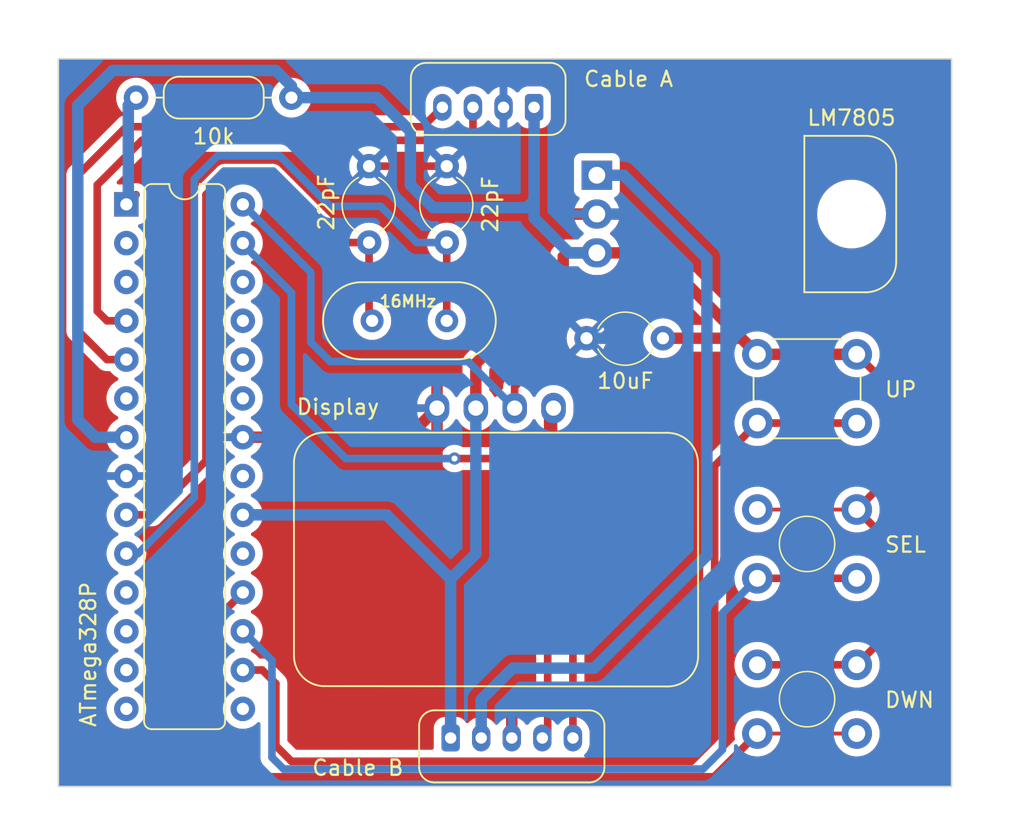
<source format=kicad_pcb>
(kicad_pcb (version 20221018) (generator pcbnew)
  (layers (0 "F.Cu" signal) (31 "B.Cu" signal) (34 "B.Paste" user) (35 "F.Paste" user) (36 "B.SilkS" user "B.Silkscreen") (37 "F.SilkS" user "F.Silkscreen") (38 "B.Mask" user) (39 "F.Mask" user) (44 "Edge.Cuts" user))
  (net 0 "")
  (net 1 "SDA")
  (net 2 "SCL")
  (net 3 "Earth")
  (net 4 "+5V")
  (net 5 "Net-(U2-XTAL1{slash}PB6)")
  (net 6 "Net-(U2-XTAL2{slash}PB7)")
  (net 7 "Net-(U2-~{RESET}{slash}PC6)")
  (net 8 "VCC")
  (net 23 "ardR_espT")
  (net 24 "ardT_espR")
  (net 25 "B1")
  (net 26 "B2")
  (net 27 "B3")
  (footprint "Simpler_Footprints:R_Axial_DIN0207_L6.3mm_D2.5mm_P10.16mm_Horizontal_Simple" (layer "F.Cu") (at 88.9 72.39)
    (fp_text reference "R1" hide)
    (fp_text value "10k" (at 5.08 2.54) (layer "F.SilkS"))
    (fp_line (start 1.04 0) (end 1.81 0) (stroke (width 0.12)) (layer "F.SilkS"))
    (fp_line (start 1.81 -0.37) (end 1.81 0.37) (stroke (width 0.12)) (layer "F.SilkS"))
    (fp_line (start 2.81 1.37) (end 7.35 1.37) (stroke (width 0.12)) (layer "F.SilkS"))
    (fp_line (start 7.35 -1.37) (end 2.81 -1.37) (stroke (width 0.12)) (layer "F.SilkS"))
    (fp_line (start 8.35 0.37) (end 8.35 -0.37) (stroke (width 0.12)) (layer "F.SilkS"))
    (fp_line (start 9.12 0) (end 8.35 0) (stroke (width 0.12)) (layer "F.SilkS"))
    (fp_arc (start 1.81 -0.37) (mid 2.102893 -1.077107) (end 2.81 -1.37) (stroke (width 0.12)) (layer "F.SilkS"))
    (fp_arc (start 2.81 1.37) (mid 2.102893 1.077107) (end 1.81 0.37) (stroke (width 0.12)) (layer "F.SilkS"))
    (fp_arc (start 7.35 -1.37) (mid 8.057107 -1.077107) (end 8.35 -0.37) (stroke (width 0.12)) (layer "F.SilkS"))
    (fp_arc (start 8.35 0.37) (mid 8.057107 1.077107) (end 7.35 1.37) (stroke (width 0.12)) (layer "F.SilkS"))
    (pad "1" thru_hole circle (at 0 0) (size 1.6 1.6) (drill 0.8) (layers "*.Cu" "*.Mask") (net 7 "Net-(U2-~{RESET}{slash}PC6)"))
    (pad "2" thru_hole oval (at 10.16 0) (size 1.6 1.6) (drill 0.8) (layers "*.Cu" "*.Mask") (net 4 "+5V"))
  )
  (footprint "Simpler_Footprints:128x64OLED_Simple" (layer "F.Cu") (at 112.205 103.31)
    (fp_text reference "Brd1" hide)
    (fp_text value "SSD1306" hide)
    (fp_line (start -12.978 5.59689) (end -12.978 -7.003107) (stroke (width 0.12)) (layer "F.SilkS"))
    (fp_line (start -10.976108 -9.003106) (end 11.453336 -8.981889) (stroke (width 0.12)) (layer "F.SilkS"))
    (fp_line (start 11.458661 7.618106) (end -10.979891 7.596889) (stroke (width 0.12)) (layer "F.SilkS"))
    (fp_line (start 13.460552 5.616661) (end 13.451443 -6.983336) (stroke (width 0.12)) (layer "F.SilkS"))
    (fp_arc (start -12.978 -7.003107) (mid -12.391544 -8.417989) (end -10.976108 -9.003106) (stroke (width 0.12)) (layer "F.SilkS"))
    (fp_arc (start -10.979891 7.596889) (mid -12.392883 7.010435) (end -12.978 5.59689) (stroke (width 0.12)) (layer "F.SilkS"))
    (fp_arc (start 11.453336 -8.981889) (mid 12.865813 -8.395944) (end 13.451443 -6.983336) (stroke (width 0.12)) (layer "F.SilkS"))
    (fp_arc (start 13.460552 5.616661) (mid 12.87461 7.032481) (end 11.458661 7.618106) (stroke (width 0.12)) (layer "F.SilkS"))
    (pad "1" thru_hole oval (at -3.62 -10.6 90) (size 2 1.6) (drill 1) (layers "*.Cu" "*.Mask") (net 3 "Earth"))
    (pad "2" thru_hole oval (at -1.08 -10.6 90) (size 2 1.6) (drill 1) (layers "*.Cu" "*.Mask") (net 4 "+5V"))
    (pad "3" thru_hole oval (at 1.46 -10.6 90) (size 2 1.6) (drill 1) (layers "*.Cu" "*.Mask") (net 2 "SCL"))
    (pad "4" thru_hole oval (at 4 -10.6 90) (size 2 1.6) (drill 1) (layers "*.Cu" "*.Mask") (net 1 "SDA"))
  )
  (footprint "Simpler_Footprints:C_Disc_D5.1mm_W3.2mm_P5.00mm_Simple" (layer "F.Cu") (at 123.364 88.138 180)
    (fp_text reference "C3" hide)
    (fp_text value "10uF" (at 2.46 -2.794) (layer "F.SilkS"))
    (fp_arc (start 0.694568 -0.71544) (mid 2.48232 -1.765707) (end 4.257165 -0.693772) (stroke (width 0.1)) (layer "F.SilkS"))
    (fp_arc (start 4.259611 0.637131) (mid 2.484766 1.709066) (end 0.697014 0.658799) (stroke (width 0.1)) (layer "F.SilkS"))
    (pad "1" thru_hole circle (at 0 0 180) (size 1.6 1.6) (drill 0.8) (layers "*.Cu" "*.Mask") (net 4 "+5V"))
    (pad "2" thru_hole circle (at 5 0 180) (size 1.6 1.6) (drill 0.8) (layers "*.Cu" "*.Mask") (net 3 "Earth"))
  )
  (footprint "Crystal:Crystal_HC49-U_Vertical" (layer "F.Cu") (at 109.22 86.995 180)
    (fp_text reference "Y1" hide)
    (fp_text value "16MHz" (at 2.54 1.27) (layer "F.SilkS") (effects (font (size 0.75 0.75))))
    (fp_line (start -0.685 -2.525) (end 5.565 -2.525) (stroke (width 0.12)) (layer "F.SilkS"))
    (fp_line (start -0.685 2.525) (end 5.565 2.525) (stroke (width 0.12)) (layer "F.SilkS"))
    (fp_arc (start -0.685 2.525) (mid -3.21 0) (end -0.685 -2.525) (stroke (width 0.12)) (layer "F.SilkS"))
    (fp_arc (start 5.565 -2.525) (mid 8.09 0) (end 5.565 2.525) (stroke (width 0.12)) (layer "F.SilkS"))
    (pad "1" thru_hole circle (at 0 0 180) (size 1.5 1.5) (drill 0.8) (layers "*.Cu" "*.Mask") (net 6 "Net-(U2-XTAL2{slash}PB7)"))
    (pad "2" thru_hole circle (at 4.88 0 180) (size 1.5 1.5) (drill 0.8) (layers "*.Cu" "*.Mask") (net 5 "Net-(U2-XTAL1{slash}PB6)"))
  )
  (footprint "Simpler_Footprints:SW_PUSH_6mm_h5mm_Simple" (layer "F.Cu") (at 129.54 99.35)
    (fp_text reference "S3" hide)
    (fp_text value "PUSH_BUTTON" hide)
    (fp_circle (center 3.25 2.25) (end 4.57 1.01) (stroke (width 0.1)) (fill none) (layer "F.SilkS"))
    (pad "1" thru_hole circle (at 0 0 90) (size 2 2) (drill 1.1) (layers "*.Cu" "*.Mask") (net 4 "+5V"))
    (pad "1" thru_hole circle (at 6.5 0 90) (size 2 2) (drill 1.1) (layers "*.Cu" "*.Mask") (net 4 "+5V"))
    (pad "2" thru_hole circle (at 0 4.5 90) (size 2 2) (drill 1.1) (layers "*.Cu" "*.Mask") (net 26 "B2"))
    (pad "2" thru_hole circle (at 6.5 4.5 90) (size 2 2) (drill 1.1) (layers "*.Cu" "*.Mask") (net 26 "B2"))
  )
  (footprint "Simpler_Footprints:DIP-28_W7.62mm_Simple" (layer "F.Cu") (at 88.265 79.375)
    (fp_text reference "U2" hide)
    (fp_text value "ATmega328P-P" hide)
    (fp_line (start 1.16 -0.83) (end 1.16 33.85) (stroke (width 0.12)) (layer "F.SilkS"))
    (fp_line (start 1.66 34.35) (end 5.96 34.35) (stroke (width 0.12)) (layer "F.SilkS"))
    (fp_line (start 2.81 -1.33) (end 1.66 -1.33) (stroke (width 0.12)) (layer "F.SilkS"))
    (fp_line (start 5.96 -1.33) (end 4.81 -1.33) (stroke (width 0.12)) (layer "F.SilkS"))
    (fp_line (start 6.46 33.85) (end 6.46 -0.83) (stroke (width 0.12)) (layer "F.SilkS"))
    (fp_arc (start 1.16 -0.83) (mid 1.306447 -1.183553) (end 1.66 -1.33) (stroke (width 0.12)) (layer "F.SilkS"))
    (fp_arc (start 1.66 34.35) (mid 1.306447 34.203553) (end 1.16 33.85) (stroke (width 0.12)) (layer "F.SilkS"))
    (fp_arc (start 4.81 -1.33) (mid 3.81 -0.33) (end 2.81 -1.33) (stroke (width 0.12)) (layer "F.SilkS"))
    (fp_arc (start 5.96 -1.33) (mid 6.313553 -1.183553) (end 6.46 -0.83) (stroke (width 0.12)) (layer "F.SilkS"))
    (fp_arc (start 6.46 33.85) (mid 6.313553 34.203553) (end 5.96 34.35) (stroke (width 0.12)) (layer "F.SilkS"))
    (pad "1" thru_hole rect (at 0 0) (size 1.6 1.6) (drill 0.8) (layers "*.Cu" "*.Mask") (net 7 "Net-(U2-~{RESET}{slash}PC6)"))
    (pad "2" thru_hole oval (at 0 2.54) (size 1.6 1.6) (drill 0.8) (layers "*.Cu" "*.Mask"))
    (pad "3" thru_hole oval (at 0 5.08) (size 1.6 1.6) (drill 0.8) (layers "*.Cu" "*.Mask"))
    (pad "4" thru_hole oval (at 0 7.62) (size 1.6 1.6) (drill 0.8) (layers "*.Cu" "*.Mask") (net 23 "ardR_espT"))
    (pad "5" thru_hole oval (at 0 10.16) (size 1.6 1.6) (drill 0.8) (layers "*.Cu" "*.Mask") (net 24 "ardT_espR"))
    (pad "6" thru_hole oval (at 0 12.7) (size 1.6 1.6) (drill 0.8) (layers "*.Cu" "*.Mask"))
    (pad "7" thru_hole oval (at 0 15.24) (size 1.6 1.6) (drill 0.8) (layers "*.Cu" "*.Mask") (net 4 "+5V"))
    (pad "8" thru_hole oval (at 0 17.78) (size 1.6 1.6) (drill 0.8) (layers "*.Cu" "*.Mask") (net 3 "Earth"))
    (pad "9" thru_hole oval (at 0 20.32) (size 1.6 1.6) (drill 0.8) (layers "*.Cu" "*.Mask") (net 5 "Net-(U2-XTAL1{slash}PB6)"))
    (pad "10" thru_hole oval (at 0 22.86) (size 1.6 1.6) (drill 0.8) (layers "*.Cu" "*.Mask") (net 6 "Net-(U2-XTAL2{slash}PB7)"))
    (pad "11" thru_hole oval (at 0 25.4) (size 1.6 1.6) (drill 0.8) (layers "*.Cu" "*.Mask"))
    (pad "12" thru_hole oval (at 0 27.94) (size 1.6 1.6) (drill 0.8) (layers "*.Cu" "*.Mask"))
    (pad "13" thru_hole oval (at 0 30.48) (size 1.6 1.6) (drill 0.8) (layers "*.Cu" "*.Mask"))
    (pad "14" thru_hole oval (at 0 33.02) (size 1.6 1.6) (drill 0.8) (layers "*.Cu" "*.Mask"))
    (pad "15" thru_hole oval (at 7.62 33.02) (size 1.6 1.6) (drill 0.8) (layers "*.Cu" "*.Mask"))
    (pad "16" thru_hole oval (at 7.62 30.48) (size 1.6 1.6) (drill 0.8) (layers "*.Cu" "*.Mask") (net 25 "B1"))
    (pad "17" thru_hole oval (at 7.62 27.94) (size 1.6 1.6) (drill 0.8) (layers "*.Cu" "*.Mask") (net 26 "B2"))
    (pad "18" thru_hole oval (at 7.62 25.4) (size 1.6 1.6) (drill 0.8) (layers "*.Cu" "*.Mask") (net 27 "B3"))
    (pad "19" thru_hole oval (at 7.62 22.86) (size 1.6 1.6) (drill 0.8) (layers "*.Cu" "*.Mask"))
    (pad "20" thru_hole oval (at 7.62 20.32) (size 1.6 1.6) (drill 0.8) (layers "*.Cu" "*.Mask") (net 4 "+5V"))
    (pad "21" thru_hole oval (at 7.62 17.78) (size 1.6 1.6) (drill 0.8) (layers "*.Cu" "*.Mask"))
    (pad "22" thru_hole oval (at 7.62 15.24) (size 1.6 1.6) (drill 0.8) (layers "*.Cu" "*.Mask") (net 3 "Earth"))
    (pad "23" thru_hole oval (at 7.62 12.7) (size 1.6 1.6) (drill 0.8) (layers "*.Cu" "*.Mask"))
    (pad "24" thru_hole oval (at 7.62 10.16) (size 1.6 1.6) (drill 0.8) (layers "*.Cu" "*.Mask"))
    (pad "25" thru_hole oval (at 7.62 7.62) (size 1.6 1.6) (drill 0.8) (layers "*.Cu" "*.Mask"))
    (pad "26" thru_hole oval (at 7.62 5.08) (size 1.6 1.6) (drill 0.8) (layers "*.Cu" "*.Mask"))
    (pad "27" thru_hole oval (at 7.62 2.54) (size 1.6 1.6) (drill 0.8) (layers "*.Cu" "*.Mask") (net 1 "SDA"))
    (pad "28" thru_hole oval (at 7.62 0) (size 1.6 1.6) (drill 0.8) (layers "*.Cu" "*.Mask") (net 2 "SCL"))
  )
  (footprint "Simpler_Footprints:JST_PH_B5B-PH-K_1x05_P2.00mm_Vertical_Simple" (layer "F.Cu") (at 109.475 114.3)
    (fp_text reference "J2" hide)
    (fp_text value "Conn_01x05_Socket" hide)
    (fp_line (start -2.06 -0.81) (end -2.06 1.91) (stroke (width 0.12)) (layer "F.SilkS"))
    (fp_line (start -1.06 2.91) (end 9.06 2.91) (stroke (width 0.12)) (layer "F.SilkS"))
    (fp_line (start 9.06 -1.81) (end -1.06 -1.81) (stroke (width 0.12)) (layer "F.SilkS"))
    (fp_line (start 10.06 1.91) (end 10.06 -0.81) (stroke (width 0.12)) (layer "F.SilkS"))
    (fp_arc (start -2.06 -0.81) (mid -1.767107 -1.517107) (end -1.06 -1.81) (stroke (width 0.12)) (layer "F.SilkS"))
    (fp_arc (start -1.06 2.91) (mid -1.767107 2.617107) (end -2.06 1.91) (stroke (width 0.12)) (layer "F.SilkS"))
    (fp_arc (start 9.06 -1.81) (mid 9.767107 -1.517107) (end 10.06 -0.81) (stroke (width 0.12)) (layer "F.SilkS"))
    (fp_arc (start 10.06 1.91) (mid 9.767107 2.617107) (end 9.06 2.91) (stroke (width 0.12)) (layer "F.SilkS"))
    (pad "1" thru_hole roundrect (at 0 0) (size 1.2 1.75) (drill 0.75) (layers "*.Cu" "*.Mask") (roundrect_rratio 0.2083333333) (net 4 "+5V"))
    (pad "2" thru_hole oval (at 2 0) (size 1.2 1.75) (drill 0.75) (layers "*.Cu" "*.Mask") (net 8 "VCC"))
    (pad "3" thru_hole oval (at 4 0) (size 1.2 1.75) (drill 0.75) (layers "*.Cu" "*.Mask") (net 3 "Earth"))
    (pad "4" thru_hole oval (at 6 0) (size 1.2 1.75) (drill 0.75) (layers "*.Cu" "*.Mask") (net 1 "SDA"))
    (pad "5" thru_hole oval (at 8 0) (size 1.2 1.75) (drill 0.75) (layers "*.Cu" "*.Mask") (net 2 "SCL"))
  )
  (footprint "Simpler_Footprints:JST_PH_B4B-PH-K_1x04_P2.00mm_Vertical_Simple" (layer "F.Cu") (at 114.935 73.025 180)
    (fp_text reference "J3" hide)
    (fp_text value "Conn_01x04_Socket" hide)
    (fp_line (start -2.06 -0.81) (end -2.06 1.91) (stroke (width 0.12)) (layer "F.SilkS"))
    (fp_line (start -1.06 2.91) (end 7.06 2.91) (stroke (width 0.12)) (layer "F.SilkS"))
    (fp_line (start 7.06 -1.81) (end -1.06 -1.81) (stroke (width 0.12)) (layer "F.SilkS"))
    (fp_line (start 8.06 1.91) (end 8.06 -0.81) (stroke (width 0.12)) (layer "F.SilkS"))
    (fp_arc (start -2.06 -0.81) (mid -1.767107 -1.517107) (end -1.06 -1.81) (stroke (width 0.12)) (layer "F.SilkS"))
    (fp_arc (start -1.06 2.91) (mid -1.767107 2.617107) (end -2.06 1.91) (stroke (width 0.12)) (layer "F.SilkS"))
    (fp_arc (start 7.06 -1.81) (mid 7.767107 -1.517107) (end 8.06 -0.81) (stroke (width 0.12)) (layer "F.SilkS"))
    (fp_arc (start 8.06 1.91) (mid 7.767107 2.617107) (end 7.06 2.91) (stroke (width 0.12)) (layer "F.SilkS"))
    (pad "1" thru_hole roundrect (at 0 0 180) (size 1.2 1.75) (drill 0.75) (layers "*.Cu" "*.Mask") (roundrect_rratio 0.2083333333) (net 4 "+5V"))
    (pad "2" thru_hole oval (at 2 0 180) (size 1.2 1.75) (drill 0.75) (layers "*.Cu" "*.Mask") (net 3 "Earth"))
    (pad "3" thru_hole oval (at 4 0 180) (size 1.2 1.75) (drill 0.75) (layers "*.Cu" "*.Mask") (net 23 "ardR_espT"))
    (pad "4" thru_hole oval (at 6 0 180) (size 1.2 1.75) (drill 0.75) (layers "*.Cu" "*.Mask") (net 24 "ardT_espR"))
  )
  (footprint "Simpler_Footprints:SW_PUSH_6mm_h5mm_Simple" (layer "F.Cu") (at 129.54 109.51)
    (fp_text reference "S4" hide)
    (fp_text value "PUSH_BUTTON" hide)
    (fp_circle (center 3.25 2.25) (end 4.57 1.01) (stroke (width 0.1)) (fill none) (layer "F.SilkS"))
    (pad "1" thru_hole circle (at 0 0 90) (size 2 2) (drill 1.1) (layers "*.Cu" "*.Mask") (net 4 "+5V"))
    (pad "1" thru_hole circle (at 6.5 0 90) (size 2 2) (drill 1.1) (layers "*.Cu" "*.Mask") (net 4 "+5V"))
    (pad "2" thru_hole circle (at 0 4.5 90) (size 2 2) (drill 1.1) (layers "*.Cu" "*.Mask") (net 27 "B3"))
    (pad "2" thru_hole circle (at 6.5 4.5 90) (size 2 2) (drill 1.1) (layers "*.Cu" "*.Mask") (net 27 "B3"))
  )
  (footprint "Buttons_Switches_THT.pretty-master:SW_PUSH_6mm_h5mm" (layer "F.Cu") (at 129.54 89.19)
    (fp_text reference "S2" hide)
    (fp_text value "PUSH_BUTTON" hide)
    (fp_line (start -0.25 1.5) (end -0.25 3) (stroke (width 0.12)) (layer "F.SilkS"))
    (fp_line (start 1 5.5) (end 5.5 5.5) (stroke (width 0.12)) (layer "F.SilkS"))
    (fp_line (start 5.5 -1) (end 1 -1) (stroke (width 0.12)) (layer "F.SilkS"))
    (fp_line (start 6.75 3) (end 6.75 1.5) (stroke (width 0.12)) (layer "F.SilkS"))
    (pad "1" thru_hole circle (at 0 0 90) (size 2 2) (drill 1.1) (layers "*.Cu" "*.Mask") (net 4 "+5V"))
    (pad "1" thru_hole circle (at 6.5 0 90) (size 2 2) (drill 1.1) (layers "*.Cu" "*.Mask") (net 4 "+5V"))
    (pad "2" thru_hole circle (at 0 4.5 90) (size 2 2) (drill 1.1) (layers "*.Cu" "*.Mask") (net 25 "B1"))
    (pad "2" thru_hole circle (at 6.5 4.5 90) (size 2 2) (drill 1.1) (layers "*.Cu" "*.Mask") (net 25 "B1"))
  )
  (footprint "Simpler_Footprints:TO-220-3_Horizontal_TabDown_Simple" (layer "F.Cu") (at 119.04 77.47 -90)
    (fp_text reference "U1" hide)
    (fp_text value "LM7805_TO220" hide)
    (fp_line (start -2.58 -17.58) (end -2.58 -13.57) (stroke (width 0.12)) (layer "F.SilkS"))
    (fp_line (start -2.58 -13.57) (end 7.66 -13.57) (stroke (width 0.12)) (layer "F.SilkS"))
    (fp_line (start -0.58 -19.58) (end 5.66 -19.58) (stroke (width 0.12)) (layer "F.SilkS"))
    (fp_line (start 7.66 -17.58) (end 7.66 -13.57) (stroke (width 0.12)) (layer "F.SilkS"))
    (fp_arc (start -2.58 -17.58) (mid -1.994214 -18.994214) (end -0.58 -19.58) (stroke (width 0.12)) (layer "F.SilkS"))
    (fp_arc (start 5.66 -19.58) (mid 7.074214 -18.994214) (end 7.66 -17.58) (stroke (width 0.12)) (layer "F.SilkS"))
    (pad "" np_thru_hole oval (at 2.54 -16.66 270) (size 3.5 3.5) (drill 3.5) (layers "*.Cu" "*.Mask"))
    (pad "1" thru_hole rect (at 0 0 270) (size 1.905 2) (drill 1.1) (layers "*.Cu" "*.Mask") (net 8 "VCC"))
    (pad "2" thru_hole oval (at 2.54 0 270) (size 1.905 2) (drill 1.1) (layers "*.Cu" "*.Mask") (net 3 "Earth"))
    (pad "3" thru_hole oval (at 5.08 0 270) (size 1.905 2) (drill 1.1) (layers "*.Cu" "*.Mask") (net 4 "+5V"))
  )
  (footprint "Simpler_Footprints:C_Disc_D5.1mm_W3.2mm_P5.00mm_Simple" (layer "F.Cu") (at 109.22 81.875 90)
    (fp_text reference "C2" hide)
    (fp_text value "22pF" (at 2.5 2.85 270) (layer "F.SilkS"))
    (fp_arc (start 0.694568 -0.71544) (mid 2.48232 -1.765707) (end 4.257165 -0.693772) (stroke (width 0.1)) (layer "F.SilkS"))
    (fp_arc (start 4.259611 0.637131) (mid 2.484766 1.709066) (end 0.697014 0.658799) (stroke (width 0.1)) (layer "F.SilkS"))
    (pad "1" thru_hole circle (at 0 0 90) (size 1.6 1.6) (drill 0.8) (layers "*.Cu" "*.Mask") (net 6 "Net-(U2-XTAL2{slash}PB7)"))
    (pad "2" thru_hole circle (at 5 0 90) (size 1.6 1.6) (drill 0.8) (layers "*.Cu" "*.Mask") (net 3 "Earth"))
  )
  (footprint "Simpler_Footprints:C_Disc_D5.1mm_W3.2mm_P5.00mm_Simple" (layer "F.Cu") (at 104.14 81.875 90)
    (fp_text reference "C1" hide)
    (fp_text value "22pF" (at 2.627 -2.794 270) (layer "F.SilkS"))
    (fp_arc (start 0.694568 -0.71544) (mid 2.48232 -1.765707) (end 4.257165 -0.693772) (stroke (width 0.1)) (layer "F.SilkS"))
    (fp_arc (start 4.259611 0.637131) (mid 2.484766 1.709066) (end 0.697014 0.658799) (stroke (width 0.1)) (layer "F.SilkS"))
    (pad "1" thru_hole circle (at 0 0 90) (size 1.6 1.6) (drill 0.8) (layers "*.Cu" "*.Mask") (net 5 "Net-(U2-XTAL1{slash}PB6)"))
    (pad "2" thru_hole circle (at 5 0 90) (size 1.6 1.6) (drill 0.8) (layers "*.Cu" "*.Mask") (net 3 "Earth"))
  )
  (gr_rect (start 83.82 69.85) (end 142.24 117.475) (stroke (width 0.1)) (fill none) (layer "Edge.Cuts"))
  (gr_text "Cable A" (at 118.11 71.755) (layer "F.SilkS") (effects (font (size 1 1)) (justify left bottom)))
  (gr_text "UP" (at 137.795 92.075) (layer "F.SilkS") (effects (font (size 1 1)) (justify left bottom)))
  (gr_text "LM7805" (at 132.715 74.295) (layer "F.SilkS") (effects (font (size 1 1)) (justify left bottom)))
  (gr_text "ATmega328P" (at 86.36 113.665 90) (layer "F.SilkS") (effects (font (size 1 1)) (justify left bottom)))
  (gr_text "Display" (at 99.314 93.218) (layer "F.SilkS") (effects (font (size 1 1)) (justify left bottom)))
  (gr_text "DWN" (at 137.795 112.395) (layer "F.SilkS") (effects (font (size 1 1)) (justify left bottom)))
  (gr_text "SEL" (at 137.795 102.235) (layer "F.SilkS") (effects (font (size 1 1)) (justify left bottom)))
  (gr_text "Cable B" (at 100.33 116.84) (layer "F.SilkS") (effects (font (size 1 1)) (justify left bottom)))
  (segment (start 109.728 96.012) (end 115.316 96.012) (width 0.5) (layer "F.Cu") (net 1))
  (segment (start 115.824 93.091) (end 115.824 113.951) (width 0.5) (layer "F.Cu") (net 1))
  (segment (start 115.316 96.012) (end 116.205 95.123) (width 0.5) (layer "F.Cu") (net 1))
  (segment (start 115.824 113.951) (end 115.475 114.3) (width 0.5) (layer "F.Cu") (net 1))
  (segment (start 116.205 95.123) (end 116.205 92.71) (width 0.5) (layer "F.Cu") (net 1))
  (segment (start 116.205 92.71) (end 115.824 93.091) (width 0.5) (layer "F.Cu") (net 1))
  (via (at 109.728 96.012) (size 0.8) (drill 0.4) (layers "F.Cu" "B.Cu") (net 1))
  (segment (start 95.885 81.915) (end 95.885 81.977767) (width 0.5) (layer "B.Cu") (net 1))
  (segment (start 99.06 92.456) (end 102.616 96.012) (width 0.5) (layer "B.Cu") (net 1))
  (segment (start 102.616 96.012) (end 109.728 96.012) (width 0.5) (layer "B.Cu") (net 1))
  (segment (start 99.06 85.152767) (end 99.06 92.456) (width 0.5) (layer "B.Cu") (net 1))
  (segment (start 95.885 81.977767) (end 99.06 85.152767) (width 0.5) (layer "B.Cu") (net 1))
  (segment (start 113.665 91.313) (end 113.665 92.71) (width 0.5) (layer "F.Cu") (net 2))
  (segment (start 117.348 90.678) (end 114.3 90.678) (width 0.5) (layer "F.Cu") (net 2))
  (segment (start 114.3 90.678) (end 113.665 91.313) (width 0.5) (layer "F.Cu") (net 2))
  (segment (start 117.475 114.3) (end 117.475 94.615) (width 0.5) (layer "F.Cu") (net 2))
  (segment (start 118.11 93.98) (end 118.11 91.44) (width 0.5) (layer "F.Cu") (net 2))
  (segment (start 118.11 91.44) (end 117.348 90.678) (width 0.5) (layer "F.Cu") (net 2))
  (segment (start 117.475 94.615) (end 118.11 93.98) (width 0.5) (layer "F.Cu") (net 2))
  (segment (start 95.885 79.375) (end 100.33 83.82) (width 0.5) (layer "B.Cu") (net 2))
  (segment (start 110.617 89.662) (end 113.665 92.71) (width 0.5) (layer "B.Cu") (net 2))
  (segment (start 100.33 88.392) (end 101.6 89.662) (width 0.5) (layer "B.Cu") (net 2))
  (segment (start 100.33 83.82) (end 100.33 88.392) (width 0.5) (layer "B.Cu") (net 2))
  (segment (start 101.6 89.662) (end 110.617 89.662) (width 0.5) (layer "B.Cu") (net 2))
  (segment (start 115.316 83.312) (end 115.316 81.28) (width 0.75) (layer "F.Cu") (net 3))
  (segment (start 108.585 92.71) (end 108.585 90.043) (width 0.75) (layer "F.Cu") (net 3))
  (segment (start 104.14 76.875) (end 109.22 76.875) (width 0.5) (layer "F.Cu") (net 3))
  (segment (start 115.316 81.28) (end 116.586 80.01) (width 0.75) (layer "F.Cu") (net 3))
  (segment (start 108.585 92.71) (end 108.585 101.219) (width 0.75) (layer "F.Cu") (net 3))
  (segment (start 119.04 80.01) (end 117.348 80.01) (width 0.75) (layer "F.Cu") (net 3))
  (segment (start 106.68 94.615) (end 108.585 92.71) (width 0.75) (layer "F.Cu") (net 3))
  (segment (start 108.585 101.219) (end 113.475 106.109) (width 0.75) (layer "F.Cu") (net 3))
  (segment (start 113.475 106.109) (end 113.475 114.3) (width 0.75) (layer "F.Cu") (net 3))
  (segment (start 95.885 94.615) (end 106.68 94.615) (width 0.75) (layer "F.Cu") (net 3))
  (segment (start 116.586 80.01) (end 119.04 80.01) (width 0.75) (layer "F.Cu") (net 3))
  (segment (start 108.585 90.043) (end 115.316 83.312) (width 0.75) (layer "F.Cu") (net 3))
  (segment (start 121.92 85.725) (end 121.92 81.28) (width 0.75) (layer "B.Cu") (net 3))
  (segment (start 119.507 88.138) (end 121.92 85.725) (width 0.75) (layer "B.Cu") (net 3))
  (segment (start 118.364 88.138) (end 119.507 88.138) (width 0.75) (layer "B.Cu") (net 3))
  (segment (start 120.65 80.01) (end 119.04 80.01) (width 0.75) (layer "B.Cu") (net 3))
  (segment (start 121.92 81.28) (end 120.65 80.01) (width 0.75) (layer "B.Cu") (net 3))
  (segment (start 139.065 92.215) (end 139.065 96.325) (width 0.5) (layer "F.Cu") (net 4))
  (segment (start 129.54 99.35) (end 136.04 99.35) (width 0.25) (layer "F.Cu") (net 4))
  (segment (start 123.364 88.138) (end 128.488 88.138) (width 0.75) (layer "F.Cu") (net 4))
  (segment (start 129.54 89.19) (end 136.04 89.19) (width 0.75) (layer "F.Cu") (net 4))
  (segment (start 136.04 109.51) (end 129.54 109.51) (width 0.5) (layer "F.Cu") (net 4))
  (segment (start 139.065 102.375) (end 139.065 106.485) (width 0.5) (layer "F.Cu") (net 4))
  (segment (start 119.04 82.55) (end 122.9 82.55) (width 0.75) (layer "F.Cu") (net 4))
  (segment (start 119.04 82.55) (end 117.094 82.55) (width 0.75) (layer "F.Cu") (net 4))
  (segment (start 116.84 82.804) (end 116.84 84.074) (width 0.75) (layer "F.Cu") (net 4))
  (segment (start 117.094 82.55) (end 116.84 82.804) (width 0.75) (layer "F.Cu") (net 4))
  (segment (start 136.04 99.35) (end 139.065 102.375) (width 0.5) (layer "F.Cu") (net 4))
  (segment (start 122.9 82.55) (end 129.54 89.19) (width 0.75) (layer "F.Cu") (net 4))
  (segment (start 139.065 96.325) (end 136.04 99.35) (width 0.5) (layer "F.Cu") (net 4))
  (segment (start 116.84 84.074) (end 111.125 89.789) (width 0.75) (layer "F.Cu") (net 4))
  (segment (start 128.488 88.138) (end 129.54 89.19) (width 0.75) (layer "F.Cu") (net 4))
  (segment (start 111.125 89.789) (end 111.125 92.71) (width 0.75) (layer "F.Cu") (net 4))
  (segment (start 139.065 106.485) (end 136.04 109.51) (width 0.5) (layer "F.Cu") (net 4))
  (segment (start 136.04 89.19) (end 139.065 92.215) (width 0.5) (layer "F.Cu") (net 4))
  (segment (start 111.125 102.237) (end 109.475 103.887) (width 0.75) (layer "B.Cu") (net 4))
  (segment (start 109.475 103.887) (end 109.475 114.3) (width 0.75) (layer "B.Cu") (net 4))
  (segment (start 99.06 72.39) (end 104.65 72.39) (width 0.75) (layer "B.Cu") (net 4))
  (segment (start 85.09 72.898) (end 87.376 70.612) (width 0.75) (layer "B.Cu") (net 4))
  (segment (start 104.65 72.39) (end 106.84 74.58) (width 0.75) (layer "B.Cu") (net 4))
  (segment (start 108.33 79.59) (end 114.455 79.59) (width 0.75) (layer "B.Cu") (net 4))
  (segment (start 114.935 79.11) (end 114.935 80.264) (width 0.75) (layer "B.Cu") (net 4))
  (segment (start 114.935 73.025) (end 114.935 79.11) (width 0.75) (layer "B.Cu") (net 4))
  (segment (start 98.044 70.612) (end 99.06 71.628) (width 0.75) (layer "B.Cu") (net 4))
  (segment (start 105.283 99.695) (end 109.475 103.887) (width 0.75) (layer "B.Cu") (net 4))
  (segment (start 106.84 74.58) (end 106.84 78.1) (width 0.75) (layer "B.Cu") (net 4))
  (segment (start 106.84 78.1) (end 108.33 79.59) (width 0.75) (layer "B.Cu") (net 4))
  (segment (start 111.125 92.71) (end 111.125 102.237) (width 0.75) (layer "B.Cu") (net 4))
  (segment (start 114.455 79.59) (end 114.935 79.11) (width 0.75) (layer "B.Cu") (net 4))
  (segment (start 114.935 80.264) (end 117.221 82.55) (width 0.75) (layer "B.Cu") (net 4))
  (segment (start 117.221 82.55) (end 119.04 82.55) (width 0.75) (layer "B.Cu") (net 4))
  (segment (start 88.265 94.615) (end 86.233 94.615) (width 0.75) (layer "B.Cu") (net 4))
  (segment (start 85.09 93.472) (end 85.09 72.898) (width 0.75) (layer "B.Cu") (net 4))
  (segment (start 87.376 70.612) (end 98.044 70.612) (width 0.75) (layer "B.Cu") (net 4))
  (segment (start 86.233 94.615) (end 85.09 93.472) (width 0.75) (layer "B.Cu") (net 4))
  (segment (start 95.885 99.695) (end 105.283 99.695) (width 0.75) (layer "B.Cu") (net 4))
  (segment (start 99.06 71.628) (end 99.06 72.39) (width 0.75) (layer "B.Cu") (net 4))
  (segment (start 89.935 99.695) (end 93.472 96.158) (width 0.5) (layer "F.Cu") (net 5))
  (segment (start 97.79 77.47) (end 102.195 81.875) (width 0.5) (layer "F.Cu") (net 5))
  (segment (start 93.472 96.158) (end 93.472 78.74) (width 0.5) (layer "F.Cu") (net 5))
  (segment (start 104.14 81.875) (end 104.14 86.795) (width 0.5) (layer "F.Cu") (net 5))
  (segment (start 88.265 99.695) (end 89.935 99.695) (width 0.5) (layer "F.Cu") (net 5))
  (segment (start 93.472 78.74) (end 94.742 77.47) (width 0.5) (layer "F.Cu") (net 5))
  (segment (start 102.195 81.875) (end 104.14 81.875) (width 0.5) (layer "F.Cu") (net 5))
  (segment (start 94.742 77.47) (end 97.79 77.47) (width 0.5) (layer "F.Cu") (net 5))
  (segment (start 104.14 86.795) (end 104.34 86.995) (width 0.5) (layer "F.Cu") (net 5))
  (segment (start 109.22 81.875) (end 109.22 86.995) (width 0.5) (layer "F.Cu") (net 6))
  (segment (start 98.298 76.2) (end 94.234 76.2) (width 0.5) (layer "B.Cu") (net 6))
  (segment (start 107.275 81.875) (end 104.902 79.502) (width 0.5) (layer "B.Cu") (net 6))
  (segment (start 92.71 77.724) (end 92.71 98.552) (width 0.5) (layer "B.Cu") (net 6))
  (segment (start 109.22 81.875) (end 107.275 81.875) (width 0.5) (layer "B.Cu") (net 6))
  (segment (start 92.71 98.552) (end 89.027 102.235) (width 0.5) (layer "B.Cu") (net 6))
  (segment (start 94.234 76.2) (end 92.71 77.724) (width 0.5) (layer "B.Cu") (net 6))
  (segment (start 101.6 79.502) (end 98.298 76.2) (width 0.5) (layer "B.Cu") (net 6))
  (segment (start 89.027 102.235) (end 88.265 102.235) (width 0.5) (layer "B.Cu") (net 6))
  (segment (start 104.902 79.502) (end 101.6 79.502) (width 0.5) (layer "B.Cu") (net 6))
  (segment (start 88.9 78.74) (end 88.265 79.375) (width 0.5) (layer "F.Cu") (net 7))
  (segment (start 88.392 72.898) (end 88.392 79.248) (width 0.75) (layer "B.Cu") (net 7))
  (segment (start 88.9 72.39) (end 88.392 72.898) (width 0.75) (layer "B.Cu") (net 7))
  (segment (start 88.392 79.248) (end 88.265 79.375) (width 0.75) (layer "B.Cu") (net 7))
  (segment (start 111.475 111.791) (end 111.475 114.3) (width 0.75) (layer "B.Cu") (net 8))
  (segment (start 119.04 77.47) (end 120.79 77.47) (width 0.75) (layer "B.Cu") (net 8))
  (segment (start 126.238 102.362) (end 118.872 109.728) (width 0.75) (layer "B.Cu") (net 8))
  (segment (start 120.79 77.47) (end 126.238 82.918) (width 0.75) (layer "B.Cu") (net 8))
  (segment (start 113.538 109.728) (end 111.475 111.791) (width 0.75) (layer "B.Cu") (net 8))
  (segment (start 118.872 109.728) (end 113.538 109.728) (width 0.75) (layer "B.Cu") (net 8))
  (segment (start 126.238 82.918) (end 126.238 102.362) (width 0.75) (layer "B.Cu") (net 8))
  (segment (start 110.935 74.485) (end 110.935 73.025) (width 0.5) (layer "F.Cu") (net 23))
  (segment (start 86.36 86.36) (end 86.36 78.105) (width 0.5) (layer "F.Cu") (net 23))
  (segment (start 86.995 86.995) (end 86.36 86.36) (width 0.5) (layer "F.Cu") (net 23))
  (segment (start 89.281 75.184) (end 110.236 75.184) (width 0.5) (layer "F.Cu") (net 23))
  (segment (start 110.236 75.184) (end 110.935 74.485) (width 0.5) (layer "F.Cu") (net 23))
  (segment (start 86.36 78.105) (end 89.281 75.184) (width 0.5) (layer "F.Cu") (net 23))
  (segment (start 88.265 86.995) (end 86.995 86.995) (width 0.5) (layer "F.Cu") (net 23))
  (segment (start 85.09 87.63) (end 85.09 77.47) (width 0.5) (layer "F.Cu") (net 24))
  (segment (start 88.265 89.535) (end 86.995 89.535) (width 0.5) (layer "F.Cu") (net 24))
  (segment (start 107.665 74.295) (end 108.935 73.025) (width 0.5) (layer "F.Cu") (net 24))
  (segment (start 86.995 89.535) (end 85.09 87.63) (width 0.5) (layer "F.Cu") (net 24))
  (segment (start 85.09 77.47) (end 88.265 74.295) (width 0.5) (layer "F.Cu") (net 24))
  (segment (start 88.265 74.295) (end 107.665 74.295) (width 0.5) (layer "F.Cu") (net 24))
  (segment (start 129.54 93.69) (end 126.746 96.484) (width 0.5) (layer "F.Cu") (net 25))
  (segment (start 126.746 96.484) (end 126.746 114.3) (width 0.5) (layer "F.Cu") (net 25))
  (segment (start 125.222 115.824) (end 99.06 115.824) (width 0.5) (layer "F.Cu") (net 25))
  (segment (start 99.06 115.824) (end 98.044 114.808) (width 0.5) (layer "F.Cu") (net 25))
  (segment (start 98.044 114.808) (end 98.044 110.744) (width 0.5) (layer "F.Cu") (net 25))
  (segment (start 98.044 110.744) (end 97.155 109.855) (width 0.5) (layer "F.Cu") (net 25))
  (segment (start 126.746 114.3) (end 125.222 115.824) (width 0.5) (layer "F.Cu") (net 25))
  (segment (start 97.155 109.855) (end 95.885 109.855) (width 0.5) (layer "F.Cu") (net 25))
  (segment (start 129.54 93.69) (end 136.04 93.69) (width 0.5) (layer "F.Cu") (net 25))
  (segment (start 129.54 103.85) (end 136.04 103.85) (width 0.5) (layer "F.Cu") (net 26))
  (segment (start 125.984 116.332) (end 98.552 116.332) (width 0.5) (layer "B.Cu") (net 26))
  (segment (start 97.79 109.22) (end 95.885 107.315) (width 0.5) (layer "B.Cu") (net 26))
  (segment (start 127.254 106.136) (end 127.254 115.062) (width 0.5) (layer "B.Cu") (net 26))
  (segment (start 97.79 115.57) (end 97.79 109.22) (width 0.5) (layer "B.Cu") (net 26))
  (segment (start 98.552 116.332) (end 97.79 115.57) (width 0.5) (layer "B.Cu") (net 26))
  (segment (start 129.54 103.85) (end 127.254 106.136) (width 0.5) (layer "B.Cu") (net 26))
  (segment (start 127.254 115.062) (end 125.984 116.332) (width 0.5) (layer "B.Cu") (net 26))
  (segment (start 96.774 116.84) (end 126.71 116.84) (width 0.5) (layer "F.Cu") (net 27))
  (segment (start 126.71 116.84) (end 129.54 114.01) (width 0.5) (layer "F.Cu") (net 27))
  (segment (start 93.726 113.792) (end 96.774 116.84) (width 0.5) (layer "F.Cu") (net 27))
  (segment (start 95.885 104.775) (end 93.726 106.934) (width 0.5) (layer "F.Cu") (net 27))
  (segment (start 93.726 106.934) (end 93.726 113.792) (width 0.5) (layer "F.Cu") (net 27))
  (segment (start 136.04 114.01) (end 129.54 114.01) (width 0.25) (layer "F.Cu") (net 27))
  (zone (net 3) (net_name "Earth") (layer "F.Cu") (connect_pads (clearance 0.5)) (min_thickness 0.25) (fill yes (thermal_gap 0.5) (thermal_bridge_width 0.5))
    (polygon (pts (xy 81 67) (xy 81 120) (xy 146 120) (xy 146 67)))
  )
  (zone (net 3) (net_name "Earth") (layer "B.Cu") (priority 1) (connect_pads (clearance 0.5)) (min_thickness 0.25) (fill yes (thermal_gap 0.5) (thermal_bridge_width 0.5))
    (polygon (pts (xy 80 66) (xy 80 121) (xy 147 121) (xy 147 66)))
  )
)
</source>
